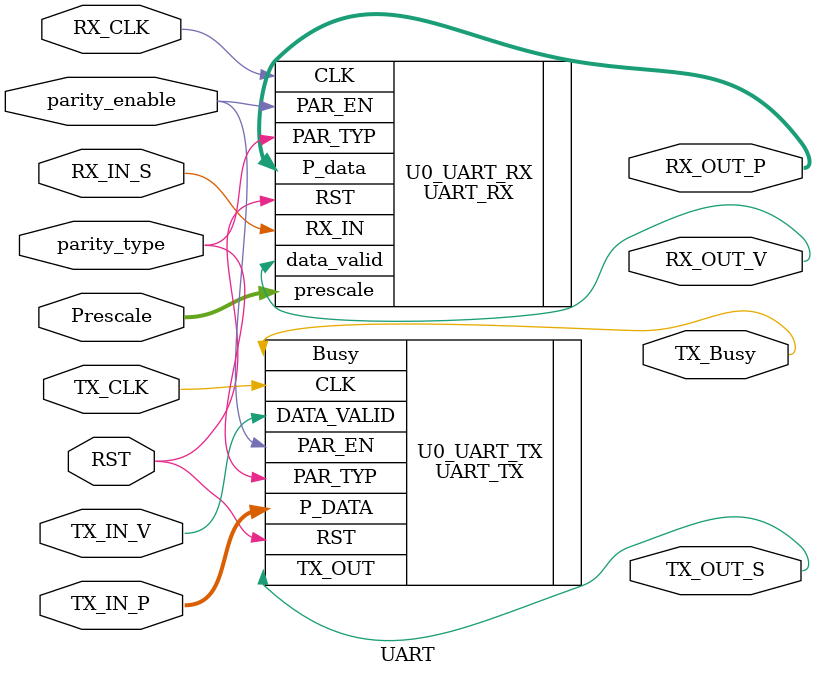
<source format=v>
module UART #(
    parameter WIDTH = 8, PRESCALE_WIDTH = 6
) (
    
    input   wire                                    RST,
    input   wire                                    parity_enable,
    input   wire                                    parity_type,
    input   wire                                    TX_CLK,
    input   wire                                    RX_CLK,

    input   wire        [WIDTH - 1 : 0]             TX_IN_P,
    input   wire                                    TX_IN_V,
    output  wire                                    TX_OUT_S,
    output  wire                                    TX_Busy,
    
    input   wire                                    RX_IN_S,
    output  wire        [WIDTH - 1 : 0]             RX_OUT_P,
    output  wire                                    RX_OUT_V,
    input   wire        [PRESCALE_WIDTH - 1:0]      Prescale



);




//module UART_TX #(parameter WIDTH = 8 )
//(
//    input   wire      [WIDTH - 1 : 0]       P_DATA,
//    input   wire                            DATA_VALID,
//    input   wire                            PAR_EN,
//    input   wire                            PAR_TYP,
//    input   wire                            CLK,
//    input   wire                            RST,
//    output  wire                            TX_OUT,
//    output  wire                            Busy
//);
UART_TX  U0_UART_TX ( 
.P_DATA(TX_IN_P),
.DATA_VALID(TX_IN_V),
.PAR_EN(parity_enable),
.PAR_TYP(parity_type),
.CLK(TX_CLK),
.RST(RST),
.TX_OUT(TX_OUT_S),
.Busy(TX_Busy)
); 




//module UART_RX #(parameter WIDTH = 8, PRESCALE_WIDTH = 6 )
//(
//    input   wire                                    RX_IN,
//    input   wire    [PRESCALE_WIDTH - 1 : 0]        prescale,
//    input   wire                                    PAR_EN,
//    input   wire                                    PAR_TYP,
//    input   wire                                    CLK,
//    input   wire                                    RST,
//
//    output  wire    [WIDTH - 1 : 0]                 P_data,
//    output  wire                                    data_valid
//);
UART_RX U0_UART_RX (
.RX_IN(RX_IN_S),
.prescale(Prescale),
.PAR_EN(parity_enable),
.PAR_TYP(parity_type),
.CLK(RX_CLK),
.RST(RST),
.P_data(RX_OUT_P),
.data_valid(RX_OUT_V)
);

endmodule

</source>
